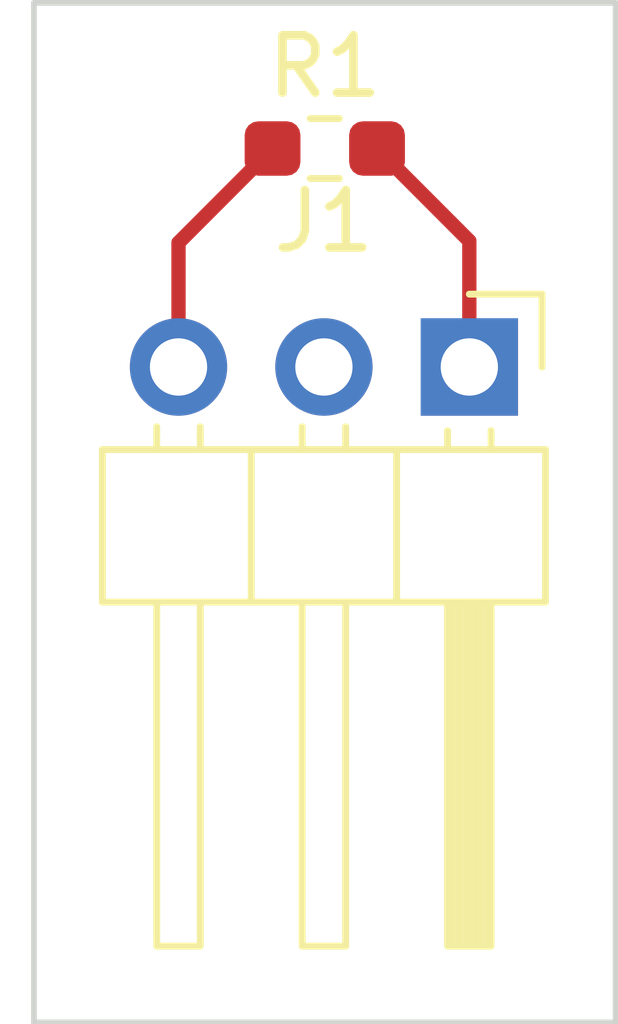
<source format=kicad_pcb>
(kicad_pcb (version 20211014) (generator pcbnew)
  (layers (0 "F.Cu" signal) (31 "B.Cu" signal) (34 "B.Paste" user) (35 "F.Paste" user) (36 "B.SilkS" user "B.Silkscreen") (37 "F.SilkS" user "F.Silkscreen") (38 "B.Mask" user) (39 "F.Mask" user) (44 "Edge.Cuts" user))
  (net 0 "")
  (net 1 "Net-(J1-Pad1)")
  (net 3 "Net-(J1-Pad3)")
  (footprint "Connector_PinHeader_2.54mm:PinHeader_1x03_P2.54mm_Horizontal" (layer "F.Cu") (at 142.225 96.52 -90)
    (fp_text reference "J1" (at -2.54 2.54) (layer "F.SilkS"))
    (fp_text value "Conn_01x03_Male")
    (fp_line (start 10.1 4.7) (end 10.1 5.46) (layer "F.SilkS") (width 0.12))
    (fp_line (start -1.27 0) (end -1.27 -1.27) (layer "F.SilkS") (width 0.12))
    (fp_line (start 4.1 0.16) (end 10.1 0.16) (layer "F.SilkS") (width 0.12))
    (fp_line (start 4.1 -0.38) (end 10.1 -0.38) (layer "F.SilkS") (width 0.12))
    (fp_line (start 4.1 4.7) (end 10.1 4.7) (layer "F.SilkS") (width 0.12))
    (fp_line (start 10.1 0.38) (end 4.1 0.38) (layer "F.SilkS") (width 0.12))
    (fp_line (start 4.1 -0.08) (end 10.1 -0.08) (layer "F.SilkS") (width 0.12))
    (fp_line (start 4.1 0.04) (end 10.1 0.04) (layer "F.SilkS") (width 0.12))
    (fp_line (start 1.44 1.27) (end 4.1 1.27) (layer "F.SilkS") (width 0.12))
    (fp_line (start 4.1 -1.33) (end 1.44 -1.33) (layer "F.SilkS") (width 0.12))
    (fp_line (start 10.1 -0.38) (end 10.1 0.38) (layer "F.SilkS") (width 0.12))
    (fp_line (start 4.1 2.16) (end 10.1 2.16) (layer "F.SilkS") (width 0.12))
    (fp_line (start 1.042929 2.92) (end 1.44 2.92) (layer "F.SilkS") (width 0.12))
    (fp_line (start 1.042929 5.46) (end 1.44 5.46) (layer "F.SilkS") (width 0.12))
    (fp_line (start 1.44 6.41) (end 4.1 6.41) (layer "F.SilkS") (width 0.12))
    (fp_line (start -1.27 -1.27) (end 0 -1.27) (layer "F.SilkS") (width 0.12))
    (fp_line (start 4.1 0.28) (end 10.1 0.28) (layer "F.SilkS") (width 0.12))
    (fp_line (start 4.1 6.41) (end 4.1 -1.33) (layer "F.SilkS") (width 0.12))
    (fp_line (start 4.1 -0.2) (end 10.1 -0.2) (layer "F.SilkS") (width 0.12))
    (fp_line (start 4.1 -0.32) (end 10.1 -0.32) (layer "F.SilkS") (width 0.12))
    (fp_line (start 1.11 -0.38) (end 1.44 -0.38) (layer "F.SilkS") (width 0.12))
    (fp_line (start 10.1 2.16) (end 10.1 2.92) (layer "F.SilkS") (width 0.12))
    (fp_line (start 1.11 0.38) (end 1.44 0.38) (layer "F.SilkS") (width 0.12))
    (fp_line (start 1.44 3.81) (end 4.1 3.81) (layer "F.SilkS") (width 0.12))
    (fp_line (start 10.1 5.46) (end 4.1 5.46) (layer "F.SilkS") (width 0.12))
    (fp_line (start 1.042929 2.16) (end 1.44 2.16) (layer "F.SilkS") (width 0.12))
    (fp_line (start 10.1 2.92) (end 4.1 2.92) (layer "F.SilkS") (width 0.12))
    (fp_line (start 1.44 -1.33) (end 1.44 6.41) (layer "F.SilkS") (width 0.12))
    (fp_line (start 1.042929 4.7) (end 1.44 4.7) (layer "F.SilkS") (width 0.12))
    (pad "1" thru_hole rect (at 0 0 270) (size 1.7 1.7) (drill 1) (layers *.Cu *.Mask) (net 1 "Net-(J1-Pad1)"))
    (pad "2" thru_hole oval (at 0 2.54 270) (size 1.7 1.7) (drill 1) (layers *.Cu *.Mask))
    (pad "3" thru_hole oval (at 0 5.08 270) (size 1.7 1.7) (drill 1) (layers *.Cu *.Mask) (net 3 "Net-(J1-Pad3)"))
  )
  (footprint "Resistor_SMD:R_0603_1608Metric_Pad0.98x0.95mm_HandSolder" (layer "F.Cu") (at 139.7 92.71)
    (fp_text reference "R1" (at 0 -1.43) (layer "F.SilkS"))
    (fp_text value "R")
    (fp_line (start -0.254724 0.5225) (end 0.254724 0.5225) (layer "F.SilkS") (width 0.12))
    (fp_line (start -0.254724 -0.5225) (end 0.254724 -0.5225) (layer "F.SilkS") (width 0.12))
    (pad "1" smd roundrect (at -0.9125 0) (size 0.975 0.95) (layers "F.Cu" "F.Paste" "F.Mask") (net 3 "Net-(J1-Pad3)"))
    (pad "2" smd roundrect (at 0.9125 0) (size 0.975 0.95) (layers "F.Cu" "F.Paste" "F.Mask") (net 1 "Net-(J1-Pad1)"))
  )
  (gr_line (start 134.62 91.44) (end 134.62 107.95) (layer "Edge.Cuts") (width 0.1))
  (gr_line (start 134.62 90.17) (end 134.62 91.44) (layer "Edge.Cuts") (width 0.1))
  (gr_line (start 134.62 107.95) (end 144.78 107.95) (layer "Edge.Cuts") (width 0.1))
  (gr_line (start 144.78 90.17) (end 134.62 90.17) (layer "Edge.Cuts") (width 0.1))
  (gr_line (start 144.78 107.95) (end 144.78 90.17) (layer "Edge.Cuts") (width 0.1))
  (segment (start 140.6125 92.71) (end 142.225 94.3225) (width 0.25) (layer "F.Cu") (net 1))
  (segment (start 142.225 94.3225) (end 142.225 96.52) (width 0.25) (layer "F.Cu") (net 1))
  (segment (start 138.7875 92.71) (end 137.145 94.3525) (width 0.25) (layer "F.Cu") (net 3))
  (segment (start 137.145 94.3525) (end 137.145 96.52) (width 0.25) (layer "F.Cu") (net 3))
)
</source>
